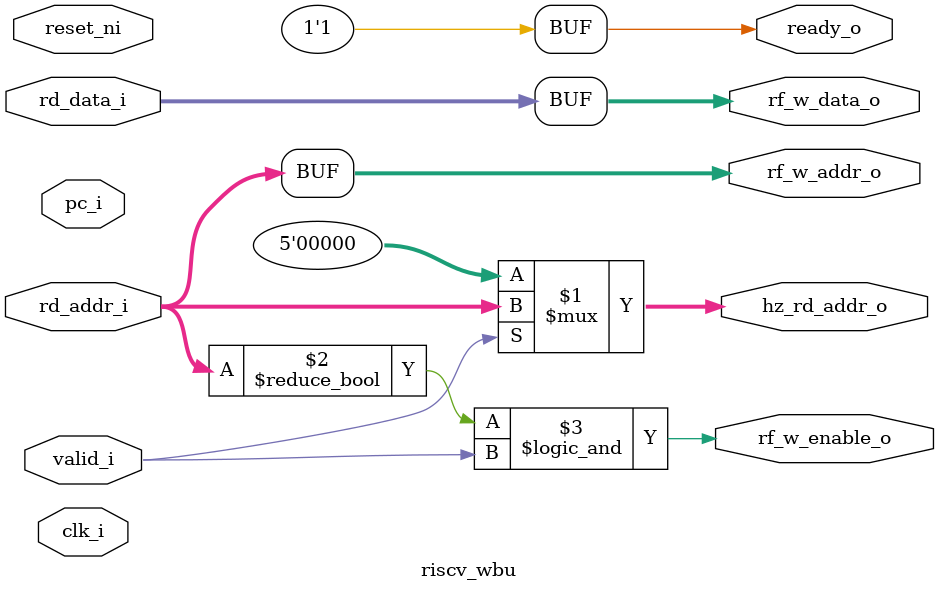
<source format=sv>
`default_nettype none

/* verilator lint_off UNUSED */

module riscv_wbu
(
  input wire logic clk_i,
  input wire logic reset_ni,

  // MEM interface
  output logic ready_o,
  input wire logic valid_i,
  input wire logic [29:0] pc_i,

  input wire logic [4:0] rd_addr_i,
  input wire logic [31:0] rd_data_i,

  // Regfile
  output logic rf_w_enable_o,
  output logic [4:0] rf_w_addr_o,
  output logic [31:0] rf_w_data_o,

  // Hazards
  output logic [4:0] hz_rd_addr_o
);

assign hz_rd_addr_o = valid_i ? rd_addr_i: '0;

assign rf_w_enable_o = rd_addr_i != '0 && valid_i;
assign rf_w_addr_o = rd_addr_i;
assign rf_w_data_o = rd_data_i;

assign ready_o = '1;

endmodule

</source>
